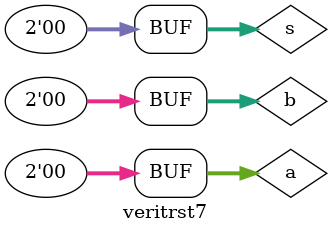
<source format=v>
`timescale 1ns / 1ps


module veritrst7;

	// Inputs
	reg [1:0] a;
	reg [1:0] b;
	reg [1:0] s;

	// Outputs
	wire [3:0] o;

	// Instantiate the Unit Under Test (UUT)
	verilog77 uut (
		.a(a), 
		.b(b), 
		.s(s), 
		.o(o)
	);

	initial begin
		// Initialize Inputs
		a = 2'b00;
		b = 2'b11;
		s = 2'b00;
		#100;
		
				a = 2'b00;
		b = 2'b01;
		s = 2'b01;
		#100;
		
				a = 2'b11;
		b = 2'b11;
		s = 2'b11;
		#100;
		
				a = 2'b11;
		b = 2'b01;
		s = 2'b10;
		#100;	
		
		
		a = 2'b01;
		b = 2'b01;
		s = 2'b10;
		#100;
		
				a = 2'b00;
		b = 2'b00;
		s = 2'b00;
		#100;
		
		
		a = 2'b00;
		b = 2'b00;
		s = 2'b00;
		#100;
		
				
		
        
		// Add stimulus here

	end
      
endmodule


</source>
